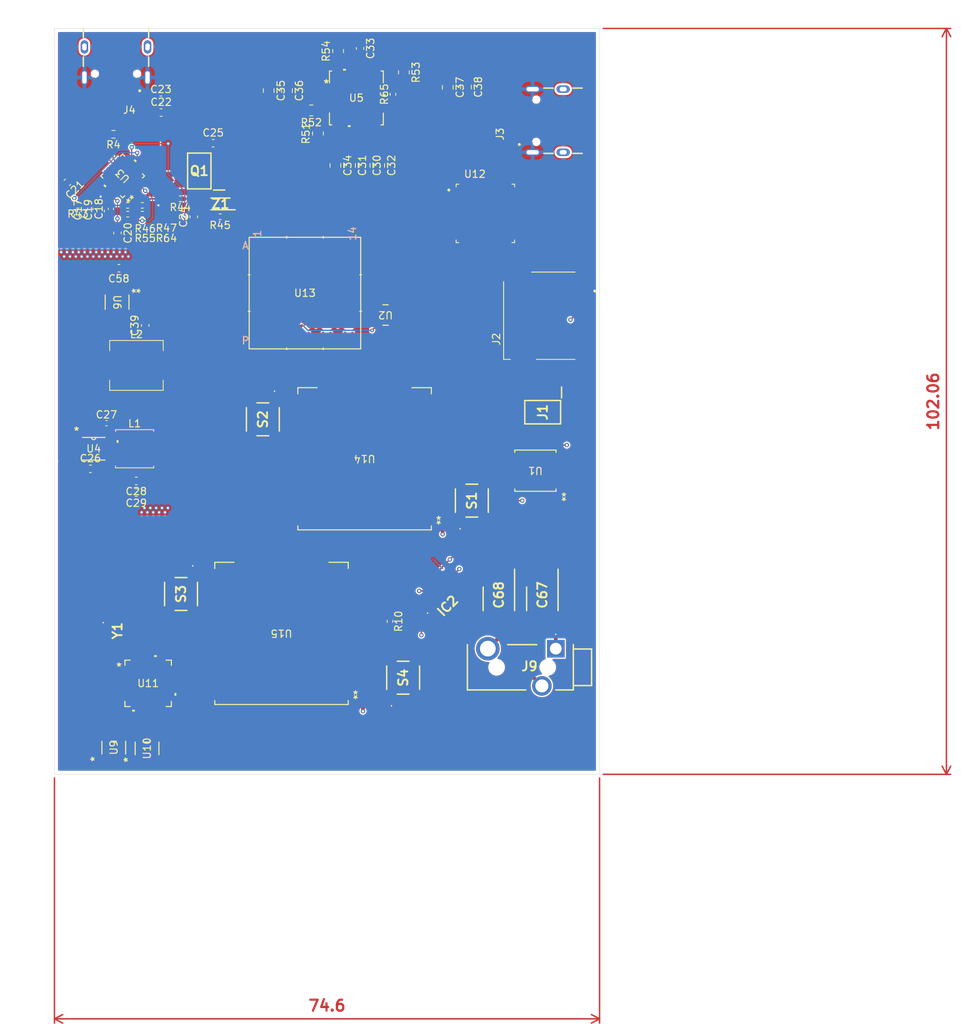
<source format=kicad_pcb>
(kicad_pcb (version 20241229) (generator "pcbnew") (generator_version "9.0")
  (layers (0 "F.Cu" signal) (4 "In1.Cu" signal) (6 "In2.Cu" signal) (2 "B.Cu" signal) (13 "F.Paste" user) (15 "B.Paste" user) (5 "F.SilkS" user "F.Silkscreen") (7 "B.SilkS" user "B.Silkscreen") (1 "F.Mask" user) (3 "B.Mask" user) (25 "Edge.Cuts" user))
  (net 0 "")
  (net 1 "FPGA_TCK")
  (net 2 "GND")
  (net 3 "VCCBRAM")
  (net 4 "FPGA_TDI")
  (net 5 "FPGA_TDO")
  (net 6 "VCC0_34")
  (net 7 "FPGA_TMS")
  (net 8 "VCC0_14")
  (net 9 "VCCAUX")
  (net 10 "+3V3")
  (net 72 "/NorthBridge/HSPI_MOSI")
  (net 73 "/NorthBridge/HSPI_MISO")
  (net 75 "/NorthBridge/HSPI_CLK")
  (net 76 "/NorthBridge/HSPI_CS_PS")
  (net 82 "/NorthBridge/HSPI_CS_SD")
  (net 95 "Net-(C67--)")
  (net 98 "Net-(C68--)")
  (net 99 "Net-(J3-DP1)")
  (net 101 "Net-(J3-DN1)")
  (net 105 "Net-(IC2-MD2)")
  (net 108 "/NorthBridge/Rst")
  (net 109 "NBSB_RX")
  (net 110 "NBSB_TX")
  (net 111 "Net-(S1-COM_1)")
  (net 112 "/NorthBridge/EN")
  (net 113 "Net-(S2-COM_1)")
  (net 114 "Net-(S3-COM_1)")
  (net 115 "/SouthBridge/Rst")
  (net 116 "Net-(S4-COM_1)")
  (net 117 "/SouthBridge/EN")
  (net 118 "/Power/VFB")
  (net 119 "/Power/ICFB")
  (net 120 "SBTXD")
  (net 121 "SBRXD")
  (net 122 "Net-(U4-SW)")
  (net 123 "Net-(U4-BST)")
  (net 125 "/NorthBridge/HSPI_CL_FL")
  (net 127 "/FPGA_UNIT_A/UCLK")
  (net 128 "/Power/VBUS_IN")
  (net 129 "/Power/CC2")
  (net 133 "/Power/CC1")
  (net 134 "Net-(Q1-S1)")
  (net 138 "Net-(Q1-G1)")
  (net 139 "9V0")
  (net 141 "+5V")
  (net 142 "Net-(U3-VBUS_FET_EN)")
  (net 146 "Net-(U3-FLIP)")
  (net 151 "Net-(U3-VCCD)")
  (net 152 "/Power/3V3CYPD")
  (net 155 "Net-(U5-VCC)")
  (net 156 "/NorthBridge/VSPI_D3")
  (net 157 "/NorthBridge/VSPI_D1")
  (net 158 "Net-(U3-CC1)")
  (net 159 "/NorthBridge/VSPI_D0")
  (net 160 "Net-(U6-SW)")
  (net 161 "NBTXD")
  (net 162 "/NorthBridge/VSPI_D2")
  (net 163 "/NorthBridge/HSPI_CS_FL")
  (net 164 "NBRXD")
  (net 165 "/NorthBridge/HSPI_CS__PS")
  (net 166 "/NorthBridge/VSPI_CS")
  (net 167 "/NorthBridge/VSPI_CLK")
  (net 168 "/Power/FB1")
  (net 169 "Net-(U5-SW1)")
  (net 171 "/Power/FB4")
  (net 172 "/Power/FB3")
  (net 173 "Net-(U5-EN)")
  (net 176 "/SouthBridge/OUTP2")
  (net 177 "/SouthBridge/OUTP1")
  (net 178 "/SouthBridge/COM")
  (net 179 "/SouthBridge/DIN")
  (net 180 "/SouthBridge/BCLK")
  (net 181 "/SouthBridge/GPO")
  (net 182 "/SouthBridge/FSYNC")
  (net 183 "Net-(IC2-MD6)")
  (net 184 "Net-(IC2-MD1)")
  (net 185 "Net-(IC2-VREF)")
  (net 186 "Net-(IC2-DREG)")
  (net 187 "Net-(IC2-MD4)")
  (net 188 "Net-(IC2-MD5)")
  (net 189 "Net-(U15-IO32)")
  (net 190 "/USB_HUB/PRTPWR1")
  (net 191 "/USB_HUB/VBUS1")
  (net 192 "/USB_HUB/OCS_N1")
  (net 193 "/USB_HUB/PRTPWR2")
  (net 194 "/USB_HUB/OCS_N2")
  (net 195 "/USB_HUB/VBUS2")
  (net 197 "/USB_HUB/CFG_SEL0")
  (net 198 "/USB_HUB/USB1_P")
  (net 202 "/USB_HUB/NON_REM0")
  (net 204 "/USB_HUB/USB2_P")
  (net 205 "/USB_HUB/NON_REM1")
  (net 206 "/USB_HUB/USB1_N")
  (net 207 "/USB_HUB/CFG_SEL1")
  (net 209 "/USB_HUB/RBIAS")
  (net 210 "Net-(IC1-USBDM)")
  (net 211 "/USB_HUB/XTALIN")
  (net 213 "/USB_HUB/PLLFILT")
  (net 214 "/USB_HUB/CRFILT")
  (net 215 "/USB_HUB/USB2_N")
  (net 217 "Net-(IC1-USBDP)")
  (net 218 "/USB_HUB/XTALOUT")
  (footprint "FPGA_Interface:PTS647SM38SMTR2LFS" (layer "F.Cu") (at 64.4 108.825 90)
    (property "Reference" "S4")
    (property "Value" "PTS647SM38SMTR2_LFS" (hide yes))
  )
  (footprint "FPGA&MCU:ESP32-WROOM-32UE_EXP" (layer "F.Cu") (at 59.125 78.869999 180)
    (property "Reference" "U14")
    (property "Value" "ESP32-WROOM-32UE-N8")
  )
  (footprint "Resistor_SMD:R_0402_1005Metric" (layer "F.Cu") (at 28.709999 44.2)
    (property "Reference" "R47")
    (property "Value" "1k")
  )
  (footprint "Resistor_SMD:R_0402_1005Metric" (layer "F.Cu") (at 19.890001 44.2 180)
    (property "Reference" "R43")
    (property "Value" "4.7k")
  )
  (footprint "Resistor_SMD:R_0402_1005Metric" (layer "F.Cu") (at 26.690001 44.2)
    (property "Reference" "R46")
    (property "Value" "5k")
  )
  (footprint "Resistor_SMD:R_0805_2012Metric" (layer "F.Cu") (at 52.74 34.36 90)
    (property "Reference" "R51")
    (property "Value" "50K")
  )
  (footprint "Capacitor_SMD:C_0402_1005Metric" (layer "F.Cu") (at 23.799998 74)
    (property "Reference" "C27")
    (property "Value" "0.1u")
  )
  (footprint "FPGA_Power:CYPD3177-24LQXQT_INF" (layer "F.Cu") (at 26.01 40.17 135)
    (property "Reference" "U3")
    (property "Value" "CYPD3177-24LQXQT")
  )
  (footprint "Capacitor_SMD:C_0603_1608Metric" (layer "F.Cu") (at 21.6 80.25)
    (property "Reference" "C26")
    (property "Value" "10uF")
  )
  (footprint "Capacitor_SMD:C_0603_1608Metric" (layer "F.Cu") (at 35.75 45.775 90)
    (property "Reference" "C24")
    (property "Value" "1uF")
  )
  (footprint "Resistor_SMD:R_0402_1005Metric" (layer "F.Cu") (at 26.7 45.4)
    (property "Reference" "R55")
    (property "Value" "5k")
  )
  (footprint "Capacitor_SMD:C_0603_1608Metric" (layer "F.Cu") (at 27.875 83.5 180)
    (property "Reference" "C29")
    (property "Value" "22uF")
  )
  (footprint "Resistor_SMD:R_0805_2012Metric" (layer "F.Cu") (at 51.83 31.21 180)
    (property "Reference" "R52")
    (property "Value" "75K")
  )
  (footprint "Capacitor_SMD:C_0603_1608Metric" (layer "F.Cu") (at 27.875 81.9 180)
    (property "Reference" "C28")
    (property "Value" "22uF")
  )
  (footprint "SB:CAPAE430X565N" (layer "F.Cu") (at 83.449999 97.5 -90)
    (property "Reference" "C67")
    (property "Value" "EDK475M016A9BAA" (hide yes))
  )
  (footprint "NB:4677" (layer "F.Cu") (at 83.5 72.5 -90)
    (property "Reference" "J1")
    (property "Value" "4677" (hide yes))
  )
  (footprint "SB:CAPAE430X565N" (layer "F.Cu") (at 77.5 97.5 -90)
    (property "Reference" "C68")
    (property "Value" "EDK475M016A9BAA" (hide yes))
  )
  (footprint "Capacitor_SMD:C_0603_1608Metric" (layer "F.Cu") (at 18.451992 41.048008 -135)
    (property "Reference" "C21")
    (property "Value" "1uF")
  )
  (footprint "Capacitor_SMD:C_0805_2012Metric" (layer "F.Cu") (at 55.13 38.73 -90)
    (property "Reference" "C34")
    (property "Value" "22u")
  )
  (footprint "Capacitor_SMD:C_0603_1608Metric" (layer "F.Cu") (at 25.3 47.975 -90)
    (property "Reference" "C20")
    (property "Value" "1uF")
  )
  (footprint "Capacitor_SMD:C_0805_2012Metric" (layer "F.Cu") (at 48.5 28.5 -90)
    (property "Reference" "C36")
    (property "Value" "22uF")
  )
  (footprint "Resistor_SMD:R_0402_1005Metric" (layer "F.Cu") (at 39.35 45.75 180)
    (property "Reference" "R45")
    (property "Value" "49.9k")
  )
  (footprint "Capacitor_SMD:C_0805_2012Metric" (layer "F.Cu") (at 61.13 38.73 -90)
    (property "Reference" "C32")
    (property "Value" "22u")
  )
  (footprint "FPGA_Interface:USB4105-GF-A-060" (layer "F.Cu") (at 25.1 22.52 180)
    (property "Reference" "J4")
    (property "Value" "USB4105-GF-A-060")
    (fp_line (start 4.62 -0.4) (end 4.62 0.4) (stroke (width 0.01)) (layer "Edge.Cuts"))
    (fp_line (start 4.02 0.4) (end 4.02 -0.4) (stroke (width 0.01)) (layer "Edge.Cuts"))
    (fp_line (start -4.02 -0.4) (end -4.02 0.4) (stroke (width 0.01)) (layer "Edge.Cuts"))
    (fp_line (start -4.62 0.4) (end -4.62 -0.4) (stroke (width 0.01)) (layer "Edge.Cuts"))
    (fp_arc (start 4.62 0.4) (mid 4.532132 0.612132) (end 4.32 0.7) (stroke (width 0.01)) (layer "Edge.Cuts"))
    (fp_arc (start 4.32 0.7) (mid 4.107868 0.612132) (end 4.02 0.4) (stroke (width 0.01)) (layer "Edge.Cuts"))
    (fp_arc (start 4.32 -0.7) (mid 4.532132 -0.612132) (end 4.62 -0.4) (stroke (width 0.01)) (layer "Edge.Cuts"))
    (fp_arc (start 4.02 -0.4) (mid 4.107868 -0.612132) (end 4.32 -0.7) (stroke (width 0.01)) (layer "Edge.Cuts"))
    (fp_arc (start -4.02 0.4) (mid -4.107868 0.612132) (end -4.32 0.7) (stroke (width 0.01)) (layer "Edge.Cuts"))
    (fp_arc (start -4.32 0.7) (mid -4.532132 0.612132) (end -4.62 0.4) (stroke (width 0.01)) (layer "Edge.Cuts"))
    (fp_arc (start -4.32 -0.7) (mid -4.107868 -0.612132) (end -4.02 -0.4) (stroke (width 0.01)) (layer "Edge.Cuts"))
    (fp_arc (start -4.62 -0.4) (mid -4.532132 -0.612132) (end -4.32 -0.7) (stroke (width 0.01)) (layer "Edge.Cuts"))
  )
  (footprint "USB_HUB:36SQFN-3706-6X6B_MCH" (layer "F.Cu") (at 29.5 109.6)
    (property "Reference" "U11")
    (property "Value" "USB2512BT/M2")
  )
  (footprint "FPGA_Power:TPS62054DGS" (layer "F.Cu") (at 25.25 57.450001 -90)
    (property "Reference" "U6")
    (property "Value" "TPS62054DGS")
  )
  (footprint "SB:TAD5242IRGER" (layer "F.Cu") (at 70.5 99 45)
    (property "Reference" "IC2")
    (property "Value" "TAD5242IRGER" (hide yes))
  )
  (footprint "Capacitor_SMD:C_0805_2012Metric" (layer "F.Cu") (at 46 28.5 -90)
    (property "Reference" "C35")
    (property "Value" "22uF")
  )
  (footprint "Capacitor_SMD:C_0402_1005Metric" (layer "F.Cu") (at 24.4 44.68 -90)
    (property "Reference" "C19")
    (property "Value" "0.1uF")
  )
  (footprint "Capacitor_SMD:C_0603_1608Metric" (layer "F.Cu") (at 38.4 35.7)
    (property "Reference" "C25")
    (property "Value" "1u")
  )
  (footprint "FPGA&MCU:FT4232HPQ" (layer "F.Cu") (at 75.65 45.3)
    (property "Reference" "U12")
    (property "Value" "FT4232HPQ-REEL")
  )
  (footprint "Resistor_SMD:R_0805_2012Metric" (layer "F.Cu") (at 55.5 23.0875 90)
    (property "Reference" "R54")
    (property "Value" "20k")
  )
  (footprint "NB:256_W25Q128JV" (layer "F.Cu") (at 82.5 80.5 180)
    (property "Reference" "U1")
    (property "Value" "W25Q128JVSIQ TR")
  )
  (footprint "FPGA_Interface:USB4105-GF-A-060" (layer "F.Cu") (at 86.3 32.62 90)
    (property "Reference" "J3")
    (property "Value" "USB4105-GF-A-060")
    (fp_line (start 4.62 -0.4) (end 4.62 0.4) (stroke (width 0.01)) (layer "Edge.Cuts"))
    (fp_line (start -4.02 -0.4) (end -4.02 0.4) (stroke (width 0.01)) (layer "Edge.Cuts"))
    (fp_line (start 4.02 0.4) (end 4.02 -0.4) (stroke (width 0.01)) (layer "Edge.Cuts"))
    (fp_line (start -4.62 0.4) (end -4.62 -0.4) (stroke (width 0.01)) (layer "Edge.Cuts"))
    (fp_arc (start 4.32 -0.7) (mid 4.532132 -0.612132) (end 4.62 -0.4) (stroke (width 0.01)) (layer "Edge.Cuts"))
    (fp_arc (start -4.32 -0.7) (mid -4.107868 -0.612132) (end -4.02 -0.4) (stroke (width 0.01)) (layer "Edge.Cuts"))
    (fp_arc (start 4.02 -0.4) (mid 4.107868 -0.612132) (end 4.32 -0.7) (stroke (width 0.01)) (layer "Edge.Cuts"))
    (fp_arc (start -4.62 -0.4) (mid -4.532132 -0.612132) (end -4.32 -0.7) (stroke (width 0.01)) (layer "Edge.Cuts"))
    (fp_arc (start 4.62 0.4) (mid 4.532132 0.612132) (end 4.32 0.7) (stroke (width 0.01)) (layer "Edge.Cuts"))
    (fp_arc (start -4.02 0.4) (mid -4.107868 0.612132) (end -4.32 0.7) (stroke (width 0.01)) (layer "Edge.Cuts"))
    (fp_arc (start 4.32 0.7) (mid 4.107868 0.612132) (end 4.02 0.4) (stroke (width 0.01)) (layer "Edge.Cuts"))
    (fp_arc (start -4.32 0.7) (mid -4.532132 0.612132) (end -4.62 0.4) (stroke (width 0.01)) (layer "Edge.Cuts"))
  )
  (footprint "FPGA_Interface:PTS647SM38SMTR2LFS" (layer "F.Cu") (at 45.2 73.475 -90)
    (property "Reference" "S2")
    (property "Value" "PTS647SM38SMTR2_LFS" (hide yes))
  )
  (footprint "Resistor_SMD:R_0402_1005Metric" (layer "F.Cu") (at 28.71 45.4)
    (property "Reference" "R64")
    (property "Value" "5k")
  )
  (footprint "Resistor_SMD:R_0603_1608Metric" (layer "F.Cu") (at 24.75 34.475001 180)
    (property "Reference" "R4")
    (property "Value" "0")
  )
  (footprint "Inductor_SMD:L_TechFuse_SL0624" (layer "F.Cu") (at 27.9 66.1)
    (property "Reference" "L2")
    (property "Value" "10u")
  )
  (footprint "FPGA&MCU:ESP32-WROOM-32UE_EXP" (layer "F.Cu") (at 47.75 102.76 180)
    (property "Reference" "U15")
    (property "Value" "ESP32-WROOM-32UE-N8")
  )
  (footprint "USB_HUB:TSOP-5_ONS" (layer "F.Cu") (at 24.8 118.39825 90)
    (property "Reference" "U9")
    (property "Value" "NCP380HSN05AAT1G")
  )
  (footprint "Capacitor_SMD:C_0603_1608Metric" (layer "F.Cu") (at 31.275 31.5)
    (property "Reference" "C22")
    (property "Value" "1uF")
  )
  (footprint "FPGA&MCU:XC7S15_FTGB196_AMD" (layer "F.Cu") (at 50.96 56.2)
    (property "Reference" "U13")
    (property "Value" "XC7S15-1FTGB196C")
  )
  (footprint "Capacitor_SMD:C_0603_1608Metric" (layer "F.Cu") (at 29.1 60.625 90)
    (property "Reference" "C39")
    (property "Value" "22u")
  )
  (footprint "FPGA_Interface:PTS647SM38SMTR2LFS" (layer "F.Cu") (at 34 97.375 -90)
    (property "Reference" "S3")
    (property "Value" "PTS647SM38SMTR2_LFS" (hide yes))
  )
  (footprint "FPGA_Interface:PTS647SM38SMTR2LFS" (layer "F.Cu") (at 73.8 84.6 90)
    (property "Reference" "S1")
    (property "Value" "PTS647SM38SMTR2_LFS" (hide yes))
  )
  (footprint "Capacitor_SMD:C_0805_2012Metric" (layer "F.Cu") (at 73 28 -90)
    (property "Reference" "C38")
    (property "Value" "22u")
  )
  (footprint "USB_HUB:TSOP-5_ONS" (layer "F.Cu") (at 29.349999 118.50175 90)
    (property "Reference" "U10")
    (property "Value" "NCP380HSN05AAT1G")
  )
  (footprint "MPM5430GMN-0004:LGA7x7x2_MNP" (layer "F.Cu") (at 58 29.5)
    (property "Reference" "U5")
    (property "Value" "MPM54304GMN-0004")
  )
  (footprint "USB_HUB:CX3225FB24000C0FZZH1" (layer "F.Cu") (at 25.3 102.4 -90)
    (property "Reference" "Y1")
    (property "Value" "CX3225FB24000C0FZZH1" (hide yes))
  )
  (footprint "Capacitor_SMD:C_0603_1608Metric" (layer "F.Cu") (at 23 44.975 -90)
    (property "Reference" "C17")
    (property "Value" "1uF")
  )
  (footprint "FPGA_Interface:SJ335083ATR" (layer "F.Cu") (at 85.29 104.85 180)
    (property "Reference" "J9")
    (property "Value" "SJ3-35083A-TR" (hide yes))
  )
  (footprint "Capacitor_SMD:C_0402_1005Metric" (layer "F.Cu") (at 21.6 44.68 -90)
    (property "Reference" "C18")
    (property "Value" "0.1uF")
  )
  (footprint "Capacitor_SMD:C_0805_2012Metric" (layer "F.Cu") (at 70.5 28.05 -90)
    (property "Reference" "C37")
    (property "Value" "22u")
  )
  (footprint "Inductor_SMD:L_APV_ANR5020" (layer "F.Cu") (at 27.649999 77.5)
    (property "Reference" "L1")
    (property "Value" "4.7u")
  )
  (footprint "Capacitor_SMD:C_0805_2012Metric" (layer "F.Cu") (at 59.13 38.73 -90)
    (property "Reference" "C30")
    (property "Value" "22u")
  )
  (footprint "Capacitor_SMD:C_0603_1608Metric" (layer "F.Cu") (at 31.25 29.75)
    (property "Reference" "C23")
    (property "Value" "1uF")
  )
  (footprint "Resistor_SMD:R_0402_1005Metric" (layer "F.Cu") (at 62.6 101.109999 -90)
    (property "Reference" "R10")
    (property "Value" "R_US")
  )
  (footprint "Capacitor_SMD:C_0805_2012Metric" (layer "F.Cu") (at 57.13 38.73 -90)
    (property "Reference" "C31")
    (property "Value" "22u")
  )
  (footprint "FPGA_Interface:DM3D-SF" (layer "F.Cu") (at 89.225001 59.325 90)
    (property "Reference" "J2")
    (property "Value" "DM3D-SF")
  )
  (footprint "Resistor_SMD:R_0402_1005Metric" (layer "F.Cu") (at 63 29 90)
    (property "Reference" "R65")
    (property "Value" "10k")
  )
  (footprint "Capacitor_SMD:C_0603_1608Metric" (layer "F.Cu") (at 58.5 22.725 -90)
    (property "Reference" "C33")
    (property "Value" "1u")
  )
  (footprint "Capacitor_SMD:C_0603_1608Metric" (layer "F.Cu") (at 25.5 52.8 180)
    (property "Reference" "C58")
    (property "Value" "10u")
  )
  (footprint "FPGA_Power:IRF9358TRPBF" (layer "F.Cu") (at 36.5 39.495 180)
    (property "Reference" "Q1")
    (property "Value" "IRF9358TRPBF" (hide yes))
  )
  (footprint "Resistor_SMD:R_0805_2012Metric" (layer "F.Cu") (at 64.5 26 -90)
    (property "Reference" "R53")
    (property "Value" "90k")
  )
  (footprint "Resistor_SMD:R_0402_1005Metric" (layer "F.Cu") (at 33.9 43.3 180)
    (property "Reference" "R44")
    (property "Value" "1k")
  )
  (footprint "FPGA&MCU:CHIP_100.000MHZ-LC-T_ABR" (layer "F.Cu") (at 62 59.2 180)
    (property "Reference" "U2")
    (property "Value" "ASEM1-100.000MHZ-LC-T")
  )
  (footprint "FPGA_Power:AP63205WU-7" (layer "F.Cu") (at 22.049999 77.499999)
    (property "Reference" "U4")
    (property "Value" "AP63205WU-7")
  )
  (footprint "NZH10C,115:SODFL3516X120N" (layer "F.Cu") (at 39.4 44 180)
    (property "Reference" "Z1")
    (property "Value" "NZH10C,115" (hide yes))
  )
  (gr_rect (start 16.68 19.99) (end 91.28 122.05) (stroke (width 0.05)) (fill no) (layer "Edge.Cuts"))
  (dimension (type orthogonal) (layer "F.Cu") (pts (xy 91.28 122.05) (xy 91.28 19.99)) (height 47.47) (orientation 1) (format (prefix "") (suffix "") (units 3) (units_format 0) (precision 4) (suppress_zeroes yes)) (style (thickness 0.2) (arrow_length 1.27) (text_position_mode 0) (arrow_direction outward) (extension_height 0.58642) (extension_offset 0.5) (keep_text_aligned yes)) (gr_text "102.06" (at 136.95 71.02 90) (layer "F.Cu") (effects (font (size 1.5 1.5) (thickness 0.3)))))
  (dimension (type orthogonal) (layer "F.Cu") (pts (xy 16.68 122.05) (xy 91.28 122.05)) (height 33.45) (orientation 0) (format (prefix "") (suffix "") (units 3) (units_format 0) (precision 4) (suppress_zeroes yes)) (style (thickness 0.2) (arrow_length 1.27) (text_position_mode 0) (arrow_direction outward) (extension_height 0.58642) (extension_offset 0.5) (keep_text_aligned yes)) (gr_text "74.6" (at 53.98 153.7 0) (layer "F.Cu") (effects (font (size 1.5 1.5) (thickness 0.3)))))
  (segment (start 24.750001 55.354501) (end 24.750001 52.825001) (width 0.15) (layer "F.Cu") (net 2))
  (segment (start 23.533554 43) (end 23 43) (width 0.2) (layer "F.Cu") (net 2))
  (segment (start 29.219998 44.2) (end 30.6 44.2) (width 0.15) (layer "F.Cu") (net 2))
  (segment (start 23.889879 40.624175) (end 24.344054 40.17) (width 0.2) (layer "F.Cu") (net 2))
  (segment (start 23.351749 78.45) (end 23.351749 80.048251) (width 0.2) (layer "F.Cu") (net 2))
  (segment (start 26.01 40.17) (end 27.685701 40.17) (width 0.2) (layer "F.Cu") (net 2))
  (segment (start 28.139876 40.624175) (end 28.231942 40.624175) (width 0.2) (layer "F.Cu") (net 2))
  (segment (start 30.6 44.2) (end 30.9 44.2) (width 0.15) (layer "F.Cu") (net 2))
  (segment (start 25.749999 55.354501) (end 24.750001 55.354501) (width 0.15) (layer "F.Cu") (net 2))
  (segment (start 29.219998 44.2) (end 29.219998 45.399998) (width 0.15) (layer "F.Cu") (net 2))
  (segment (start 24.848719 41.684835) (end 26.01 40.523554) (width 0.2) (layer "F.Cu") (net 2))
  (segment (start 23.351749 80.048251) (end 23.15 80.25) (width 0.2) (layer "F.Cu") (net 2))
  (segment (start 24.344054 40.17) (end 26.01 40.17) (width 0.2) (layer "F.Cu") (net 2))
  (segment (start 24.750001 52.825001) (end 24.725 52.8) (width 0.15) (layer "F.Cu") (net 2))
  (segment (start 27.685701 40.17) (end 28.139876 40.624175) (width 0.2) (layer "F.Cu") (net 2))
  (segment (start 23.788058 40.624175) (end 23.889879 40.624175) (width 0.2) (layer "F.Cu") (net 2))
  (segment (start 29.219998 45.399998) (end 29.22 45.4) (width 0.15) (layer "F.Cu") (net 2))
  (segment (start 24.848719 41.684835) (end 23.533554 43) (width 0.2) (layer "F.Cu") (net 2))
  (segment (start 26.01 40.523554) (end 26.01 40.17) (width 0.2) (layer "F.Cu") (net 2))
  (segment (start 23.15 80.25) (end 22.575 80.25) (width 0.2) (layer "F.Cu") (net 2))
  (via blind (at 30.9 44.2) (size 0.6) (drill 0.3) (layers "F.Cu" "In1.Cu") (net 2))
  (via blind (at 23 43) (size 0.6) (drill 0.3) (layers "F.Cu" "In1.Cu") (net 2))
  (segment (start 79 84) (end 79.6 84.6) (width 0.2) (layer "F.Cu") (net 10))
  (segment (start 68.566167 98.136827) (end 67.37934 96.95) (width 0.2) (layer "F.Cu") (net 10))
  (segment (start 89.225001 59.425) (end 87.725 59.425) (width 0.2) (layer "F.Cu") (net 10))
  (segment (start 66.9 101.917767) (end 66.9 103) (width 0.2) (layer "F.Cu") (net 10))
  (segment (start 69.0993 86.07) (end 69.8 86.7707) (width 0.5) (layer "F.Cu") (net 10))
  (segment (start 78.8551 83.8551) (end 79 84) (width 0.2) (layer "F.Cu") (net 10))
  (segment (start 63 28.49) (end 62.384999 27.874999) (width 0.2) (layer "F.Cu") (net 10))
  (segment (start 80.7 84.6) (end 80.8 84.6) (width 0.2) (layer "F.Cu") (net 10))
  (segment (start 67.85 86.07) (end 69.0993 86.07) (width 0.5) (layer "F.Cu") (net 10))
  (segment (start 62.384999 27.874999) (end 60.9845 27.874999) (width 0.2) (layer "F.Cu") (net 10))
  (segment (start 85.7 77) (end 86.8 77) (width 0.2) (layer "F.Cu") (net 10))
  (segment (start 67.37934 96.95) (end 66.59 96.95) (width 0.2) (layer "F.Cu") (net 10))
  (segment (start 85.5 76.8) (end 85.7 77) (width 0.2) (layer "F.Cu") (net 10))
  (segment (start 67.690381 101.127386) (end 66.9 101.917767) (width 0.2) (layer "F.Cu") (net 10))
  (segment (start 87.725 59.425) (end 87.3 59.85) (width 0.2) (layer "F.Cu") (net 10))
  (segment (start 85.405 75.2) (end 85.405 76.705) (width 0.2) (layer "F.Cu") (net 10))
  (segment (start 85.405 76.705) (end 85.5 76.8) (width 0.2) (layer "F.Cu") (net 10))
  (segment (start 56.75 109.97) (end 57.87 109.97) (width 0.5) (layer "F.Cu") (net 10))
  (segment (start 57.87 109.97) (end 58.9 111) (width 0.5) (layer "F.Cu") (net 10))
  (segment (start 69.8 86.7707) (end 69.8 89.2) (width 0.5) (layer "F.Cu") (net 10))
  (segment (start 78.8551 82.405) (end 78.8551 83.8551) (width 0.2) (layer "F.Cu") (net 10))
  (segment (start 58.9 111) (end 58.9 113.4) (width 0.5) (layer "F.Cu") (net 10))
  (segment (start 79.6 84.6) (end 80.7 84.6) (width 0.2) (layer "F.Cu") (net 10))
  (via (at 86.8 77) (size 0.6) (drill 0.3) (layers "F.Cu" "B.Cu") (net 10))
  (via (at 66.59 96.95) (size 0.6) (drill 0.3) (layers "F.Cu" "B.Cu") (net 10))
  (via (at 69.8 89.2) (size 0.6) (drill 0.3) (layers "F.Cu" "B.Cu") (net 10))
  (via (at 66.9 103) (size 0.6) (drill 0.3) (layers "F.Cu" "B.Cu") (net 10))
  (via (at 58.9 113.4) (size 0.6) (drill 0.3) (layers "F.Cu" "B.Cu") (net 10))
  (via (at 80.7 84.6) (size 0.6) (drill 0.3) (layers "F.Cu" "B.Cu") (net 10))
  (via (at 87.3 59.85) (size 0.6) (drill 0.3) (layers "F.Cu" "B.Cu") (net 10))
  (segment (start 81.595 73.595) (end 80 72) (width 0.13) (layer "F.Cu") (net 72))
  (segment (start 80.905 78.595) (end 81.595 77.905) (width 0.13) (layer "F.Cu") (net 72))
  (segment (start 64.4 67.4) (end 63.545 68.255) (width 0.13) (layer "F.Cu") (net 72))
  (segment (start 71.6 78.6) (end 71.01 78.6) (width 0.13) (layer "F.Cu") (net 72))
  (segment (start 81.595 75.2) (end 81.595 73.595) (width 0.13) (layer "F.Cu") (net 72))
  (segment (start 85.8 67) (end 86.4 66.4) (width 0.13) (layer "F.Cu") (net 72))
  (segment (start 70.8 69.6) (end 68.6 67.4) (width 0.13) (layer "F.Cu") (net 72))
  (segment (start 70.8 78.39) (end 70.8 69.6) (width 0.13) (layer "F.Cu") (net 72))
  (segment (start 71.01 78.6) (end 70.8 78.39) (width 0.13) (layer "F.Cu") (net 72))
  (segment (start 86.4 66.4) (end 86.4 59.6) (width 0.13) (layer "F.Cu") (net 72))
  (segment (start 86.4 59.6) (end 87.675 58.325) (width 0.13) (layer "F.Cu") (net 72))
  (segment (start 78.8551 78.595) (end 71.605 78.595) (width 0.13) (layer "F.Cu") (net 72))
  (segment (start 78.8551 78.595) (end 80.905 78.595) (width 0.13) (layer "F.Cu") (net 72))
  (segment (start 63.545 68.255) (end 63.545 69.560001) (width 0.13) (layer "F.Cu") (net 72))
  (segment (start 80 68.668339) (end 81.668339 67) (width 0.13) (layer "F.Cu") (net 72))
  (segment (start 71.605 78.595) (end 71.6 78.6) (width 0.13) (layer "F.Cu") (net 72))
  (segment (start 68.6 67.4) (end 64.4 67.4) (width 0.13) (layer "F.Cu") (net 72))
  (segment (start 80 72) (end 80 68.668339) (width 0.13) (layer "F.Cu") (net 72))
  (segment (start 87.675 58.325) (end 89.225001 58.325) (width 0.13) (layer "F.Cu") (net 72))
  (segment (start 81.595 77.905) (end 81.595 75.2) (width 0.13) (layer "F.Cu") (net 72))
  (segment (start 81.668339 67) (end 85.8 67) (width 0.13) (layer "F.Cu") (net 72))
  (segment (start 84.5 81.135) (end 83.865 80.5) (width 0.13) (layer "F.Cu") (net 73))
  (segment (start 84.135 68.465) (end 84.8 67.8) (width 0.13) (layer "F.Cu") (net 73))
  (segment (start 87.2 67) (end 87.2 63.6) (width 0.13) (layer "F.Cu") (net 73))
  (segment (start 87.2 63.6) (end 88.075 62.725) (width 0.13) (layer "F.Cu") (net 73))
  (segment (start 85 73) (end 87.5 73) (width 0.13) (layer "F.Cu") (net 73))
  (segment (start 84.135 72.135) (end 85 73) (width 0.13) (layer "F.Cu") (net 73))
  (segment (start 71 80.5) (end 69.7 79.2) (width 0.13) (layer "F.Cu") (net 73))
  (segment (start 84.5 81.135) (end 86.1449 81.135) (width 0.13) (layer "F.Cu") (net 73))
  (segment (start 87.865 81.135) (end 86.1449 81.135) (width 0.13) (layer "F.Cu") (net 73))
  (segment (start 86.4 67.8) (end 87.2 67) (width 0.13) (layer "F.Cu") (net 73))
  (segment (start 69.7 79.2) (end 69.7 71.5) (width 0.13) (layer "F.Cu") (net 73))
  (segment (start 89.5 75) (end 89.5 79.5) (width 0.13) (layer "F.Cu") (net 73))
  (segment (start 88.075 62.725) (end 89.225001 62.725) (width 0.13) (layer "F.Cu") (net 73))
  (segment (start 89.5 79.5) (end 87.865 81.135) (width 0.13) (layer "F.Cu") (net 73))
  (segment (start 69.03 70.83) (end 67.85 70.83) (width 0.13) (layer "F.Cu") (net 73))
  (segment (start 69.7 71.5) (end 69.03 70.83) (width 0.13) (layer "F.Cu") (net 73))
  (segment (start 84.8 67.8) (end 86.4 67.8) (width 0.13) (layer "F.Cu") (net 73))
  (segment (start 87.5 73) (end 89.5 75) (width 0.13) (layer "F.Cu") (net 73))
  (segment (start 83.865 80.5) (end 71 80.5) (width 0.13) (layer "F.Cu") (net 73))
  (segment (start 84.135 69.8) (end 84.135 68.465) (width 0.13) (layer "F.Cu") (net 73))
  (segment (start 84.135 69.8) (end 84.135 72.135) (width 0.13) (layer "F.Cu") (net 73))
  (segment (start 82.865 75.2) (end 82.865 78.635) (width 0.13) (layer "F.Cu") (net 75))
  (segment (start 86 67.4) (end 82.1 67.4) (width 0.13) (layer "F.Cu") (net 75))
  (segment (start 86.8 66.6) (end 86 67.4) (width 0.13) (layer "F.Cu") (net 75))
  (segment (start 82.2 73.4) (end 82.6 73.4) (width 0.13) (layer "F.Cu") (net 75))
  (segment (start 67 68.6) (end 69 68.6) (width 0.13) (layer "F.Cu") (net 75))
  (segment (start 66.2 71.6) (end 66.2 69.4) (width 0.13) (layer "F.Cu") (net 75))
  (segment (start 89.225001 60.525) (end 87.875 60.525) (width 0.13) (layer "F.Cu") (net 75))
  (segment (start 82.1 67.4) (end 80.5 69) (width 0.13) (layer "F.Cu") (net 75))
  (segment (start 66.7 72.1) (end 66.2 71.6) (width 0.13) (layer "F.Cu") (net 75))
  (segment (start 71.065 79.865) (end 78.8551 79.865) (width 0.13) (layer "F.Cu") (net 75))
  (segment (start 81.635 79.865) (end 78.8551 79.865) (width 0.13) (layer "F.Cu") (net 75))
  (segment (start 80.5 69) (end 80.5 71.7) (width 0.13) (layer "F.Cu") (net 75))
  (segment (start 82.6 73.4) (end 82.865 73.665) (width 0.13) (layer "F.Cu") (net 75))
  (segment (start 82.865 78.635) (end 81.635 79.865) (width 0.13) (layer "F.Cu") (net 75))
  (segment (start 70.2 79) (end 71.065 79.865) (width 0.13) (layer "F.Cu") (net 75))
  (segment (start 86.8 61.6) (end 86.8 66.6) (width 0.13) (layer "F.Cu") (net 75))
  (segment (start 67.85 72.1) (end 66.7 72.1) (width 0.13) (layer "F.Cu") (net 75))
  (segment (start 70.2 69.8) (end 70.2 79) (width 0.13) (layer "F.Cu") (net 75))
  (segment (start 82.865 73.665) (end 82.865 75.2) (width 0.13) (layer "F.Cu") (net 75))
  (segment (start 66.2 69.4) (end 67 68.6) (width 0.13) (layer "F.Cu") (net 75))
  (segment (start 80.5 71.7) (end 82.2 73.4) (width 0.13) (layer "F.Cu") (net 75))
  (segment (start 87.875 60.525) (end 86.8 61.6) (width 0.13) (layer "F.Cu") (net 75))
  (segment (start 69 68.6) (end 70.2 69.8) (width 0.13) (layer "F.Cu") (net 75))
  (segment (start 81.69 108.249999) (end 81.69 104.65) (width 0.5) (layer "F.Cu") (net 95))
  (segment (start 81.69 104.65) (end 83.44 102.9) (width 0.5) (layer "F.Cu") (net 95))
  (segment (start 83.390001 109.95) (end 81.69 108.249999) (width 0.5) (layer "F.Cu") (net 95))
  (segment (start 83.44 102.9) (end 83.44 99.7) (width 0.5) (layer "F.Cu") (net 95))
  (segment (start 77.49 103.35) (end 75.99 104.85) (width 0.5) (layer "F.Cu") (net 98))
  (segment (start 77.49 99.7) (end 77.49 103.35) (width 0.5) (layer "F.Cu") (net 98))
  (segment (start 46.82 70.83) (end 46.8 70.85) (width 0.2) (layer "F.Cu") (net 108))
  (segment (start 46.8 70.85) (end 46.8 76.1) (width 0.2) (layer "F.Cu") (net 108))
  (segment (start 50.35 70.83) (end 46.82 70.83) (width 0.2) (layer "F.Cu") (net 108))
  (segment (start 64.2 82.6) (end 67.08 79.72) (width 0.2) (layer "F.Cu") (net 109))
  (segment (start 59.83 97.27) (end 64.2 92.9) (width 0.2) (layer "F.Cu") (net 109))
  (segment (start 67.08 79.72) (end 67.85 79.72) (width 0.2) (layer "F.Cu") (net 109))
  (segment (start 56.75 97.27) (end 59.83 97.27) (width 0.2) (layer "F.Cu") (net 109))
  (segment (start 64.2 92.9) (end 64.2 82.6) (width 0.2) (layer "F.Cu") (net 109))
  (segment (start 64.9 82.9907) (end 66.9007 80.99) (width 0.2) (layer "F.Cu") (net 110))
  (segment (start 66.9007 80.99) (end 67.85 80.99) (width 0.2) (layer "F.Cu") (net 110))
  (segment (start 56.75 98.54) (end 59.56 98.54) (width 0.2) (layer "F.Cu") (net 110))
  (segment (start 64.9 93.2) (end 64.9 82.9907) (width 0.2) (layer "F.Cu") (net 110))
  (segment (start 59.56 98.54) (end 64.9 93.2) (width 0.2) (layer "F.Cu") (net 110))
  (segment (start 75.4 87.225) (end 75.4 81.975) (width 0.2) (layer "F.Cu") (net 111))
  (segment (start 72.2 85.2) (end 72.2 87.225) (width 0.2) (layer "F.Cu") (net 112))
  (segment (start 71.8 84.8) (end 72.2 84.4) (width 0.2) (layer "F.Cu") (net 112))
  (segment (start 71.8 84.8) (end 72.2 85.2) (width 0.2) (layer "F.Cu") (net 112))
  (segment (start 72.2 84.4) (end 72.2 81.975) (width 0.2) (layer "F.Cu") (net 112))
  (segment (start 67.85 84.8) (end 71.8 84.8) (width 0.2) (layer "F.Cu") (net 112))
  (segment (start 43.6 70.85) (end 43.6 76.1) (width 0.2) (layer "F.Cu") (net 113))
  (segment (start 32.4 94.75) (end 32.4 100) (width 0.2) (layer "F.Cu") (net 114))
  (segment (start 35.6 94.75) (end 35.6 100) (width 0.2) (layer "F.Cu") (net 115))
  (segment (start 35.62 94.73) (end 35.6 94.75) (width 0.2) (layer "F.Cu") (net 115))
  (segment (start 39.25 94.73) (end 35.62 94.73) (width 0.2) (layer "F.Cu") (net 115))
  (segment (start 66 106.2) (end 66 111.45) (width 0.2) (layer "F.Cu") (net 116))
  (segment (start 56.75 108.7) (end 62.2 108.7) (width 0.2) (layer "F.Cu") (net 117))
  (segment (start 62.2 108.7) (end 62.8 108.1) (width 0.2) (layer "F.Cu") (net 117))
  (segment (start 62.8 109.3) (end 62.8 111.45) (width 0.2) (layer "F.Cu") (net 117))
  (segment (start 62.8 108.1) (end 62.8 106.2) (width 0.2) (layer "F.Cu") (net 117))
  (segment (start 62.2 108.7) (end 62.8 109.3) (width 0.2) (layer "F.Cu") (net 117))
  (segment (start 27.2 43.127767) (end 27.2 43.2) (width 0.15) (layer "F.Cu") (net 118))
  (segment (start 26.464175 42.391942) (end 26.817727 42.038389) (width 0.2) (layer "F.Cu") (net 118))
  (segment (start 27.2 43.2) (end 27.2 44.1) (width 0.15) (layer "F.Cu") (net 118))
  (segment (start 27.2 44.2) (end 28.2 44.2) (width 0.15) (layer "F.Cu") (net 118))
  (segment (start 26.464175 42.391942) (end 27.2 43.127767) (width 0.15) (layer "F.Cu") (net 118))
  (segment (start 27.878389 40.978389) (end 29.1 42.2) (width 0.15) (layer "F.Cu") (net 119))
  (segment (start 28.2 46.2) (end 28.2 45.4) (width 0.15) (layer "F.Cu") (net 119))
  (segment (start 28.7 46.3) (end 28.3 46.3) (width 0.15) (layer "F.Cu") (net 119))
  (segment (start 28.3 46.3) (end 28.2 46.2) (width 0.15) (layer "F.Cu") (net 119))
  (segment (start 28.2 45.4) (end 27.21 45.4) (width 0.15) (layer "F.Cu") (net 119))
  (segment (start 27.878389 40.977727) (end 27.878389 40.978389) (width 0.15) (layer "F.Cu") (net 119))
  (via (at 28.7 46.3) (size 0.6) (drill 0.3) (layers "F.Cu" "B.Cu") (net 119))
  (via (at 29.1 42.2) (size 0.6) (drill 0.3) (layers "F.Cu" "B.Cu") (net 119))
  (segment (start 29.1 42.2) (end 30.1 43.2) (width 0.15) (layer "B.Cu") (net 119))
  (segment (start 30.1 43.6) (end 30.1 45.9) (width 0.15) (layer "B.Cu") (net 119))
  (segment (start 30.1 43.2) (end 30.1 43.6) (width 0.15) (layer "B.Cu") (net 119))
  (segment (start 30.1 45.9) (end 29.7 46.3) (width 0.15) (layer "B.Cu") (net 119))
  (segment (start 29.7 46.3) (end 28.7 46.3) (width 0.15) (layer "B.Cu") (net 119))
  (segment (start 60.6665 60.05) (end 60.6665 60.7835) (width 0.2) (layer "F.Cu") (net 127))
  (segment (start 60.6665 60.7835) (end 60.15 61.3) (width 0.2) (layer "F.Cu") (net 127))
  (via (at 60.15 61.3) (size 0.5) (drill 0.2) (layers "F.Cu" "B.Cu") (net 127))
  (segment (start 51.35 61.3) (end 60.15 61.3) (width 0.2) (layer "B.Cu") (net 127))
  (segment (start 50.572335 60.522335) (end 51.35 61.3) (width 0.2) (layer "B.Cu") (net 127))
  (segment (start 36.2 39.6) (end 35.67 40.13) (width 0.15) (layer "F.Cu") (net 128))
  (segment (start 36.4 35.7) (end 36.2 35.9) (width 0.15) (layer "F.Cu") (net 128))
  (segment (start 37.625 35.7) (end 36.4 35.7) (width 0.15) (layer "F.Cu") (net 128))
  (segment (start 35.67 40.13) (end 33.8 40.13) (width 0.15) (layer "F.Cu") (net 128))
  (segment (start 36.2 35.9) (end 36.2 39.6) (width 0.15) (layer "F.Cu") (net 128))
  (segment (start 24 29.9) (end 23.35 29.25) (width 0.15) (layer "F.Cu") (net 129))
  (segment (start 24 32.9) (end 24 29.9) (width 0.15) (layer "F.Cu") (net 129))
  (segment (start 25.202273 38.301611) (end 24.7 37.799338) (width 0.15) (layer "F.Cu") (net 129))
  (segment (start 23.35 29.25) (end 23.35 27.275) (width 0.15) (layer "F.Cu") (net 129))
  (segment (start 24.7 37.799338) (end 24.7 33.6) (width 0.15) (layer "F.Cu") (net 129))
  (segment (start 24.7 33.6) (end 24 32.9) (width 0.15) (layer "F.Cu") (net 129))
  (segment (start 26.35 29.25) (end 25.575 30.025) (width 0.15) (layer "F.Cu") (net 133))
  (segment (start 26.35 27.275) (end 26.35 29.25) (width 0.15) (layer "F.Cu") (net 133))
  (segment (start 25.575 30.025) (end 25.575 34.475001) (width 0.15) (layer "F.Cu") (net 133))
  (segment (start 40.5 35.7) (end 39.175 35.7) (width 0.15) (layer "F.Cu") (net 134))
  (segment (start 39.2 41.4) (end 40.6 41.4) (width 0.2) (layer "F.Cu") (net 134))
  (segment (start 40.46 38.86) (end 39.2 38.86) (width 0.2) (layer "F.Cu") (net 134))
  (segment (start 41 41) (end 41 44) (width 0.2) (layer "F.Cu") (net 134))
  (segment (start 41 39.4) (end 41 36.2) (width 0.15) (layer "F.Cu") (net 134))
  (segment (start 41 39.4) (end 40.46 38.86) (width 0.2) (layer "F.Cu") (net 134))
  (segment (start 41 41) (end 41 39.4) (width 0.2) (layer "F.Cu") (net 134))
  (segment (start 40.5 45.75) (end 41 45.25) (width 0.2) (layer "F.Cu") (net 134))
  (segment (start 41 45.25) (end 41 44) (width 0.2) (layer "F.Cu") (net 134))
  (segment (start 39.759999 45.75) (end 40.5 45.75) (width 0.2) (layer "F.Cu") (net 134))
  (segment (start 40.6 41.4) (end 41 41) (width 0.2) (layer "F.Cu") (net 134))
  (segment (start 41 36.2) (end 40.5 35.7) (width 0.15) (layer "F.Cu") (net 134))
  (segment (start 37.4 41.75) (end 37.4 42) (width 0.2) (layer "F.Cu") (net 138))
  (segment (start 37.8 44) (end 37.8 43.05) (width 0.2) (layer "F.Cu") (net 138))
  (segment (start 37.4 38.3) (end 38.11 37.59) (width 0.2) (layer "F.Cu") (net 138))
  (segment (start 36.1 43.3) (end 35.25 43.3) (width 0.2) (layer "F.Cu") (net 138))
  (segment (start 38.740001 45.75) (end 38.25 45.75) (width 0.2) (layer "F.Cu") (net 138))
  (segment (start 35.75 45) (end 35.75 43.8) (width 0.2) (layer "F.Cu") (net 138))
  (segment (start 37.4 39.2) (end 37.4 41.75) (width 0.2) (layer "F.Cu") (net 138))
  (segment (start 38.25 45.75) (end 37.8 45.3) (width 0.2) (layer "F.Cu") (net 138))
  (segment (start 37.4 42.65) (end 37.4 41.75) (width 0.2) (layer "F.Cu") (net 138))
  (segment (start 38.13 40.13) (end 37.4 39.4) (width 0.2) (layer "F.Cu") (net 138))
  (segment (start 35.25 43.3) (end 34.409999 43.3) (width 0.2) (layer "F.Cu") (net 138))
  (segment (start 35.75 43.8) (end 35.25 43.3) (width 0.2) (layer "F.Cu") (net 138))
  (segment (start 37.4 39.2) (end 37.4 38.3) (width 0.2) (layer "F.Cu") (net 138))
  (segment (start 38.11 37.59) (end 39.2 37.59) (width 0.2) (layer "F.Cu") (net 138))
  (segment (start 37.8 43.05) (end 37.4 42.65) (width 0.2) (layer "F.Cu") (net 138))
  (segment (start 37.4 42) (end 36.1 43.3) (width 0.2) (layer "F.Cu") (net 138))
  (segment (start 39.2 40.13) (end 38.13 40.13) (width 0.2) (layer "F.Cu") (net 138))
  (segment (start 37.8 45.3) (end 37.8 44) (width 0.2) (layer "F.Cu") (net 138))
  (segment (start 37.4 39.4) (end 37.4 39.2) (width 0.2) (layer "F.Cu") (net 138))
  (segment (start 35.75 46.55) (end 34.8 46.55) (width 0.15) (layer "F.Cu") (net 139))
  (segment (start 27.25 36.5) (end 27.25 36.25) (width 0.15) (layer "F.Cu") (net 139))
  (segment (start 34.5 46.25) (end 34.5 45.75) (width 0.15) (layer "F.Cu") (net 139))
  (segment (start 34.8 46.55) (end 34.5 46.25) (width 0.15) (layer "F.Cu") (net 139))
  (segment (start 27.25 37.869338) (end 27.25 36.5) (width 0.15) (layer "F.Cu") (net 139))
  (segment (start 26.250001 55.354501) (end 26.250001 52.824999) (width 0.15) (layer "F.Cu") (net 139))
  (segment (start 26.250001 52.824999) (end 26.275 52.8) (width 0.15) (layer "F.Cu") (net 139))
  (segment (start 26.817727 38.301611) (end 27.25 37.869338) (width 0.15) (layer "F.Cu") (net 139))
  (via (at 19.2 50.6) (size 0.6) (drill 0.3) (layers "F.Cu" "B.Cu") (net 139))
  (via (at 18 51.2) (size 0.6) (drill 0.3) (layers "F.Cu" "B.Cu") (net 139))
  (via (at 19.6 51.2) (size 0.6) (drill 0.3) (layers "F.Cu" "B.Cu") (net 139))
  (via (at 24.8 50.6) (size 0.6) (drill 0.3) (layers "F.Cu" "B.Cu") (net 139))
  (via (at 17.6 50.6) (size 0.6) (drill 0.3) (layers "F.Cu" "B.Cu") (net 139))
  (via (at 20.4 51.2) (size 0.6) (drill 0.3) (layers "F.Cu" "B.Cu") (net 139))
  (via (at 26.4 50.6) (size 0.6) (drill 0.3) (layers "F.Cu" "B.Cu") (net 139))
  (via (at 22.4 50.6) (size 0.6) (drill 0.3) (layers "F.Cu" "B.Cu") (net 139))
  (via (at 20 50.6) (size 0.6) (drill 0.3) (layers "F.Cu" "B.Cu") (net 139))
  (via (at 24.4 51.2) (size 0.6) (drill 0.3) (layers "F.Cu" "B.Cu") (net 139))
  (via (at 25.6 50.6) (size 0.6) (drill 0.3) (layers "F.Cu" "B.Cu") (net 139))
  (via (at 22.8 51.2) (size 0.6) (drill 0.3) (layers "F.Cu" "B.Cu") (net 139))
  (via (at 32.25 35.75) (size 0.6) (drill 0.3) (layers "F.Cu" "B.Cu") (net 139))
  (via (at 21.2 51.2) (size 0.6) (drill 0.3) (layers "F.Cu" "B.Cu") (net 139))
  (via (at 21.6 50.6) (size 0.6) (drill 0.3) (layers "F.Cu" "B.Cu") (net 139))
  (via (at 34.5 45.75) (size 0.6) (drill 0.3) (layers "F.Cu" "B.Cu") (net 139))
  (via (at 22 51.2) (size 0.6) (drill 0.3) (layers "F.Cu" "B.Cu") (net 139))
  (via (at 20.8 50.6) (size 0.6) (drill 0.3) (layers "F.Cu" "B.Cu") (net 139))
  (via (at 23.2 50.6) (size 0.6) (drill 0.3) (layers "F.Cu" "B.Cu") (net 139))
  (via (at 26 51.2) (size 0.6) (drill 0.3) (layers "F.Cu" "B.Cu") (net 139))
  (via (at 24 50.6) (size 0.6) (drill 0.3) (layers "F.Cu" "B.Cu") (net 139))
  (via (at 23.6 51.2) (size 0.6) (drill 0.3) (layers "F.Cu" "B.Cu") (net 139))
  (via (at 25.2 51.2) (size 0.6) (drill 0.3) (layers "F.Cu" "B.Cu") (net 139))
  (via (at 27.25 36.25) (size 0.6) (drill 0.3) (layers "F.Cu" "B.Cu") (net 139))
  (via (at 18.8 51.2) (size 0.6) (drill 0.3) (layers "F.Cu" "B.Cu") (net 139))
  (via (at 26.8 51.2) (size 0.6) (drill 0.3) (layers "F.Cu" "B.Cu") (net 139))
  (via (at 18.4 50.6) (size 0.6) (drill 0.3) (layers "F.Cu" "B.Cu") (net 139))
  (segment (start 34.5 42.25) (end 32.25 40) (width 0.15) (layer "B.Cu") (net 139))
  (segment (start 32.25 40) (end 32.25 35.75) (width 0.15) (layer "B.Cu") (net 139))
  (segment (start 27.25 36.25) (end 27.75 35.75) (width 0.15) (layer "B.Cu") (net 139))
  (segment (start 27.75 35.75) (end 32.25 35.75) (width 0.15) (layer "B.Cu") (net 139))
  (segment (start 34.5 45.75) (end 34.5 42.25) (width 0.15) (layer "B.Cu") (net 139))
  (via (at 31.8 86.2) (size 0.6) (drill 0.3) (layers "F.Cu" "B.Cu") (net 141))
  (via (at 29 85.6) (size 0.6) (drill 0.3) (layers "F.Cu" "B.Cu") (net 141))
  (via (at 30.2 86.2) (size 0.6) (drill 0.3) (layers "F.Cu" "B.Cu") (net 141))
  (via (at 29.8 85.6) (size 0.6) (drill 0.3) (layers "F.Cu" "B.Cu") (net 141))
  (via (at 32.2 85.6) (size 0.6) (drill 0.3) (layers "F.Cu" "B.Cu") (net 141))
  (via (at 29.4 86.2) (size 0.6) (drill 0.3) (layers "F.Cu" "B.Cu") (net 141))
  (via (at 30.6 85.6) (size 0.6) (drill 0.3) (layers "F.Cu" "B.Cu") (net 141))
  (via (at 31 86.2) (size 0.6) (drill 0.3) (layers "F.Cu" "B.Cu") (net 141))
  (via (at 31.4 85.6) (size 0.6) (drill 0.3) (layers "F.Cu" "B.Cu") (net 141))
  (via (at 28.6 86.2) (size 0.6) (drill 0.3) (layers "F.Cu" "B.Cu") (net 141))
  (segment (start 33.390001 43.3) (end 28.786446 43.3) (width 0.2) (layer "F.Cu") (net 142))
  (segment (start 28.786446 43.3) (end 27.171281 41.684835) (width 0.2) (layer "F.Cu") (net 142))
  (segment (start 19.380002 44.2) (end 19.380002 43.219998) (width 0.15) (layer "F.Cu") (net 146))
  (segment (start 19.380002 43.219998) (end 19.4 43.2) (width 0.15) (layer "F.Cu") (net 146))
  (segment (start 27.171281 38.655165) (end 28 37.826446) (width 0.15) (layer "F.Cu") (net 146))
  (segment (start 28 37.826446) (end 28 37) (width 0.15) (layer "F.Cu") (net 146))
  (via (at 28 37) (size 0.6) (drill 0.3) (layers "F.Cu" "B.Cu") (net 146))
  (via (at 19.4 43.2) (size 0.6) (drill 0.3) (layers "F.Cu" "B.Cu") (net 146))
  (segment (start 19.4 43.2) (end 25.6 37) (width 0.15) (layer "B.Cu") (net 146))
  (segment (start 25.6 37) (end 28 37) (width 0.15) (layer "B.Cu") (net 146))
  (segment (start 25.2 43.6) (end 25.3 43.6) (width 0.15) (layer "F.Cu") (net 151))
  (segment (start 24.9 43.3) (end 25 43.4) (width 0.15) (layer "F.Cu") (net 151))
  (segment (start 25.2 47.2) (end 25.3 47.1) (width 0.15) (layer "F.Cu") (net 151))
  (segment (start 25.3 46) (end 25.3 47.2) (width 0.15) (layer "F.Cu") (net 151))
  (segment (start 24.9 43.047766) (end 25.555825 42.391942) (width 0.15) (layer "F.Cu") (net 151))
  (segment (start 24.9 43.1) (end 24.9 43.3) (width 0.15) (layer "F.Cu") (net 151))
  (segment (start 24.9 43.1) (end 24.9 43.047766) (width 0.15) (layer "F.Cu") (net 151))
  (segment (start 25 43.4) (end 25.2 43.6) (width 0.15) (layer "F.Cu") (net 151))
  (via (at 25.3 46) (size 0.6) (drill 0.3) (layers "F.Cu" "B.Cu") (net 151))
  (via (at 25.3 43.6) (size 0.6) (drill 0.3) (layers "F.Cu" "B.Cu") (net 151))
  (segment (start 25.3 43.6) (end 25.3 46) (width 0.15) (layer "B.Cu") (net 151))
  (segment (start 25.3 43.6) (end 25.2 43.7) (width 0.15) (layer "B.Cu") (net 151))
  (segment (start 25.202273 42.038389) (end 24.4 42.840662) (width 0.15) (layer "F.Cu") (net 152))
  (segment (start 26.180002 44.2) (end 26.180002 45.390002) (width 0.15) (layer "F.Cu") (net 152))
  (segment (start 24.4 44.2) (end 24.4 42.840662) (width 0.15) (layer "F.Cu") (net 152))
  (segment (start 23 44.2) (end 21.6 44.2) (width 0.15) (layer "F.Cu") (net 152))
  (segment (start 26.180002 44.2) (end 24.4 44.2) (width 0.15) (layer "F.Cu") (net 152))
  (segment (start 21.6 44.2) (end 20.4 44.2) (width 0.15) (layer "F.Cu") (net 152))
  (segment (start 26.180002 45.390002) (end 26.19 45.4) (width 0.15) (layer "F.Cu") (net 152))
  (segment (start 23 44.2) (end 24.4 44.2) (width 0.15) (layer "F.Cu") (net 152))
  (segment (start 23.925 37.731446) (end 23.925 34.475001) (width 0.15) (layer "F.Cu") (net 158))
  (segment (start 24.848719 38.655165) (end 23.925 37.731446) (width 0.15) (layer "F.Cu") (net 158))
  (segment (start 55.0155 31.125001) (end 52.827499 31.125001) (width 0.2) (layer "F.Cu") (net 168))
  (segment (start 52.74 33.4475) (end 52.74 31.3025) (width 0.2) (layer "F.Cu") (net 168))
  (segment (start 52.74 31.3025) (end 52.7525 31.29) (width 0.2) (layer "F.Cu") (net 168))
  (segment (start 52.827499 31.125001) (end 52.7425 31.21) (width 0.2) (layer "F.Cu") (net 168))
  (segment (start 62.684999 29.825001) (end 60.9845 29.825001) (width 0.2) (layer "F.Cu") (net 173))
  (segment (start 63 29.51) (end 62.684999 29.825001) (width 0.2) (layer "F.Cu") (net 173))
  (segment (start 69.273274 97.42972) (end 68.89 97.046446) (width 0.2) (layer "F.Cu") (net 176))
  (segment (start 83.44 92.6) (end 83.44 93.25) (width 0.2) (layer "F.Cu") (net 176))
  (segment (start 82.69 91.85) (end 83.44 92.6) (width 0.2) (layer "F.Cu") (net 176))
  (segment (start 72.59 91.85) (end 82.69 91.85) (width 0.2) (layer "F.Cu") (net 176))
  (segment (start 68.89 97.046446) (end 68.89 95.55) (width 0.2) (layer "F.Cu") (net 176))
  (segment (start 68.89 95.55) (end 72.59 91.85) (width 0.2) (layer "F.Cu") (net 176))
  (segment (start 83.44 95.3) (end 83.44 93.25) (width 0.5) (layer "F.Cu") (net 176))
  (segment (start 69.626827 97.076167) (end 69.382396 96.831736) (width 0.2) (layer "F.Cu") (net 177))
  (segment (start 69.382396 96.831736) (end 69.382396 95.657604) (width 0.2) (layer "F.Cu") (net 177))
  (segment (start 77.49 92.75) (end 77.49 93.25) (width 0.2) (layer "F.Cu") (net 177))
  (segment (start 69.382396 95.657604) (end 72.79 92.25) (width 0.2) (layer "F.Cu") (net 177))
  (segment (start 76.99 92.25) (end 77.49 92.75) (width 0.2) (layer "F.Cu") (net 177))
  (segment (start 72.79 92.25) (end 76.99 92.25) (width 0.2) (layer "F.Cu") (net 177))
  (segment (start 77.49 95.3) (end 77.49 93.25) (width 0.5) (layer "F.Cu") (net 177))
  (segment (start 87.19 100.95) (end 87.19 99.15) (width 0.5) (layer "F.Cu") (net 178))
  (segment (start 85.49 91.35) (end 87.19 93.05) (width 0.2) (layer "F.Cu") (net 178))
  (segment (start 85.29 104.85) (end 85.29 102.85) (width 0.5) (layer "F.Cu") (net 178))
  (segment (start 69.980381 96.722614) (end 69.962223 96.704456) (width 0.2) (layer "F.Cu") (net 178))
  (segment (start 87.19 93.05) (end 87.19 99.15) (width 0.2) (layer "F.Cu") (net 178))
  (segment (start 85.29 102.85) (end 87.19 100.95) (width 0.5) (layer "F.Cu") (net 178))
  (segment (start 68.29 97.153554) (end 68.29 95.15) (width 0.2) (layer "F.Cu") (net 178))
  (segment (start 68.91972 97.783274) (end 68.29 97.153554) (width 0.2) (layer "F.Cu") (net 178))
  (segment (start 69.962223 96.704456) (end 69.962223 96.077777) (width 0.2) (layer "F.Cu") (net 178))
  (segment (start 72.09 91.35) (end 85.49 91.35) (width 0.2) (layer "F.Cu") (net 178))
  (segment (start 69.962223 96.077777) (end 72.09 93.95) (width 0.2) (layer "F.Cu") (net 178))
  (segment (start 70.79 92.65) (end 72.09 91.35) (width 0.2) (layer "F.Cu") (net 178))
  (segment (start 68.29 95.15) (end 70.79 92.65) (width 0.2) (layer "F.Cu") (net 178))
  (via (at 72.09 93.95) (size 0.6) (drill 0.3) (layers "F.Cu" "B.Cu") (net 178))
  (via (at 70.79 92.65) (size 0.6) (drill 0.3) (layers "F.Cu" "B.Cu") (net 178))
  (segment (start 69.8 93.9) (end 68.5 92.6) (width 0.2) (layer "B.Cu") (net 178))
  (segment (start 64.49066 103.62) (end 67.336827 100.773833) (width 0.2) (layer "F.Cu") (net 179))
  (segment (start 56.75 103.62) (end 64.49066 103.62) (width 0.2) (layer "F.Cu") (net 179))
  (segment (start 65.38934 100.6) (end 66.276167 99.713173) (width 0.2) (layer "F.Cu") (net 180))
  (segment (start 62.6 100.6) (end 65.38934 100.6) (width 0.2) (layer "F.Cu") (net 180))
  (segment (start 65.616446 101.08) (end 66.62972 100.066726) (width 0.2) (layer "F.Cu") (net 182))
  (segment (start 56.75 101.08) (end 65.616446 101.08) (width 0.2) (layer "F.Cu") (net 182))
  (segment (start 56.75 102.35) (end 60.65 102.35) (width 0.2) (layer "F.Cu") (net 189))
  (segment (start 61.380002 101.619998) (end 62.6 101.619998) (width 0.2) (layer "F.Cu") (net 189))
  (segment (start 60.65 102.35) (end 61.380002 101.619998) (width 0.2) (layer "F.Cu") (net 189))
  (zone (net 139) (net_name "9V0") (layer "F.Cu") (priority 10) (connect_pads yes (clearance 0)) (min_thickness 0.25) (fill yes (thermal_gap 0.5) (thermal_bridge_width 0.5))
    (polygon (pts (xy 27.626955 50.2) (xy 12.014835 50.2) (xy 12.094231 79.1) (xy 27.785746 79.1)))
  )
  (zone (net 139) (net_name "9V0") (layer "F.Cu") (priority 1) (connect_pads yes (clearance 0)) (min_thickness 0.25) (fill yes (thermal_gap 0.5) (thermal_bridge_width 0.5))
    (polygon (pts (xy 31.3 39.4) (xy 35.1 39.4) (xy 35.1 36.6) (xy 40.4 36.6) (xy 40.4 38.400006) (xy 41.7 39.514292) (xy 41.7 41.9) (xy 45 41.9) (xy 45 33.5) (xy 31.3 33.5)))
  )
  (zone (net 2) (net_name "GND") (layer "F.Cu") (priority 2) (connect_pads yes (clearance 0)) (min_thickness 0.25) (fill yes (thermal_gap 0.5) (thermal_bridge_width 0.5))
    (polygon (pts (xy 31.5 20.5) (xy 31.5 33.25) (xy 42.75 33.25) (xy 42.75 20.5)))
  )
  (zone (net 128) (net_name "/Power/VBUS_IN") (layer "F.Cu") (connect_pads yes (clearance 0)) (min_thickness 0.25) (fill yes (thermal_gap 0.5) (thermal_bridge_width 0.5))
    (polygon (pts (xy 31.25 25.25) (xy 17 25.25) (xy 17 39.75) (xy 22.5 45) (xy 34.983721 45) (xy 34.963717 39.45916) (xy 31.25 39.45792)))
  )
  (zone (net 141) (net_name "+5V") (layer "F.Cu") (priority 11) (connect_pads yes (clearance 0)) (min_thickness 0.25) (fill yes (thermal_gap 0.5) (thermal_bridge_width 0.5))
    (polygon (pts (xy 28 72.25) (xy 33.25 72.25) (xy 33.25 86.65) (xy 28 86.65)))
  )
  (zone (net 2) (net_name "GND") (layer "F.Cu") (priority 3) (connect_pads yes (clearance 0)) (min_thickness 0.25) (fill yes (thermal_gap 0.5) (thermal_bridge_width 0.5))
    (polygon (pts (xy 32 25) (xy 17 25) (xy 17 20) (xy 32 20)))
  )
  (zone (net 2) (net_name "GND") (layer "F.Cu") (connect_pads yes (clearance 0)) (min_thickness 0.25) (fill yes (thermal_gap 0.5) (thermal_bridge_width 0.5))
    (polygon (pts (xy 14.4 16.3) (xy 109.3 16.1) (xy 109.9 126.4) (xy 14.2 125.5) (xy 14 16.5)))
  )
  (zone (net 2) (net_name "GND") (layer "B.Cu") (priority 12) (connect_pads (clearance 0)) (min_thickness 0.25) (fill yes (thermal_gap 0.5) (thermal_bridge_width 0.5))
    (polygon (pts (xy 14.75 16.95) (xy 94.35 16.15) (xy 95.25 130.8) (xy 13.85 127.5)))
  )
)
</source>
